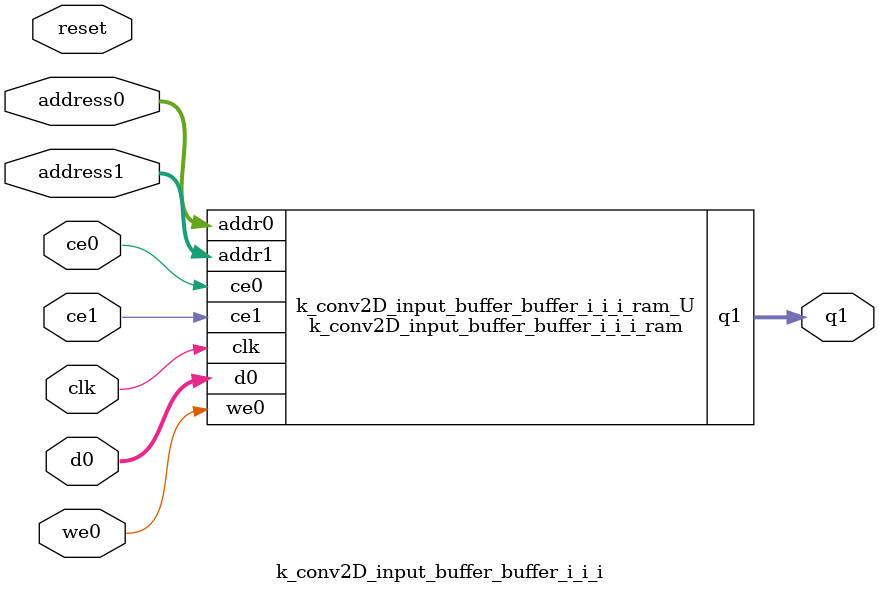
<source format=v>
`timescale 1 ns / 1 ps
module k_conv2D_input_buffer_buffer_i_i_i_ram (addr0, ce0, d0, we0, addr1, ce1, q1,  clk);

parameter DWIDTH = 128;
parameter AWIDTH = 16;
parameter MEM_SIZE = 65536;

input[AWIDTH-1:0] addr0;
input ce0;
input[DWIDTH-1:0] d0;
input we0;
input[AWIDTH-1:0] addr1;
input ce1;
output reg[DWIDTH-1:0] q1;
input clk;

(* ram_style = "hls_ultra", cascade_height = 1 *)reg [DWIDTH-1:0] ram[0:MEM_SIZE-1];




always @(posedge clk)  
begin 
    if (ce0) begin
        if (we0) 
            ram[addr0] <= d0; 
    end
end


always @(posedge clk)  
begin 
    if (ce1) begin
        q1 <= ram[addr1];
    end
end


endmodule

`timescale 1 ns / 1 ps
module k_conv2D_input_buffer_buffer_i_i_i(
    reset,
    clk,
    address0,
    ce0,
    we0,
    d0,
    address1,
    ce1,
    q1);

parameter DataWidth = 32'd128;
parameter AddressRange = 32'd65536;
parameter AddressWidth = 32'd16;
input reset;
input clk;
input[AddressWidth - 1:0] address0;
input ce0;
input we0;
input[DataWidth - 1:0] d0;
input[AddressWidth - 1:0] address1;
input ce1;
output[DataWidth - 1:0] q1;



k_conv2D_input_buffer_buffer_i_i_i_ram k_conv2D_input_buffer_buffer_i_i_i_ram_U(
    .clk( clk ),
    .addr0( address0 ),
    .ce0( ce0 ),
    .we0( we0 ),
    .d0( d0 ),
    .addr1( address1 ),
    .ce1( ce1 ),
    .q1( q1 ));

endmodule


</source>
